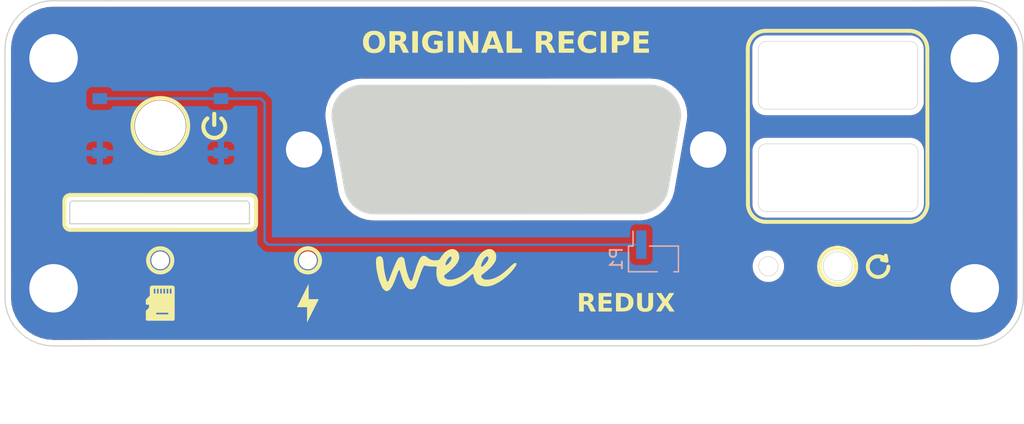
<source format=kicad_pcb>
(kicad_pcb (version 20241229) (generator "pcbnew") (generator_version "9.0")
  (layers (0 "F.Cu" signal) (2 "B.Cu" signal) (13 "F.Paste" user) (15 "B.Paste" user) (5 "F.SilkS" user "F.Silkscreen") (7 "B.SilkS" user "B.Silkscreen") (1 "F.Mask" user) (3 "B.Mask" user) (25 "Edge.Cuts" user))
  (net 0 "")
  (net 1 "GND")
  (net 2 "/PWR_SW")
  (footprint "FrontPanel_Parts:DB15_GAMEPORT" (layer "F.Cu") (at 135 86.68)
    (property "Reference" "REF**" (hide yes))
    (property "Value" "DB15_GAMEPORT" (hide yes))
    (fp_poly (pts (xy 12.36496 -5.80795) (xy -11.42087 -5.79602) (xy -11.43001 -5.80414) (xy -11.43027 -5.80414) (xy -11.43027 -5.8044) (xy -11.43408 -5.80541) (xy -11.43763 -5.80694) (xy -11.43789 -5.80668) (xy -11.43814 -5.80668) (xy -11.9182 -5.75944) (xy -11.91922 -5.75893) (xy -11.92023 -5.75919) (xy -12.39343 -5.61568) (xy -12.3942 -5.61491) (xy -12.39547 -5.61491) (xy -12.83133 -5.38174) (xy -12.83209 -5.38098) (xy -12.83311 -5.38047) (xy -13.21538 -5.06678) (xy -13.21589 -5.06602) (xy -13.2169 -5.06551) (xy -13.53059 -4.68324) (xy -13.53085 -4.68223) (xy -13.53161 -4.68146) (xy -13.76478 -4.24535) (xy -13.76478 -4.24433) (xy -13.76554 -4.24331) (xy -13.90905 -3.77037) (xy -13.90905 -3.7691) (xy -13.90956 -3.76833) (xy -13.95807 -3.27608) (xy -13.95757 -3.27507) (xy -13.95807 -3.27405) (xy -13.91489 -2.83692) (xy -13.91464 -2.83641) (xy -13.91489 -2.83615) (xy -12.90753 2.82271) (xy -12.88848 2.94793) (xy -12.88797 2.9487) (xy -12.88797 2.94946) (xy -12.76554 3.35332) (xy -12.76478 3.35408) (xy -12.76478 3.3551) (xy -12.53161 3.79121) (xy -12.53085 3.79198) (xy -12.53059 3.79299) (xy -12.2169 4.17526) (xy -12.21589 4.17577) (xy -12.21538 4.17679) (xy -11.83311 4.49022) (xy -11.83209 4.49073) (xy -11.83133 4.49149) (xy -11.39547 4.72466) (xy -11.3942 4.72466) (xy -11.39344 4.72543) (xy -10.92023 4.86894) (xy -10.91922 4.86894) (xy -10.9182 4.86944) (xy -10.4262 4.9177) (xy -10.4257 4.9177) (xy -10.42519 4.91796) (xy 11.36065 4.90577) (xy 11.36979 4.91389) (xy 11.37004 4.91389) (xy 11.37004 4.91415) (xy 11.37385 4.91542) (xy 11.37766 4.91669) (xy 11.37792 4.91643) (xy 11.37817 4.91669) (xy 11.85798 4.86944) (xy 11.85899 4.86894) (xy 11.86001 4.86894) (xy 12.33321 4.72543) (xy 12.33397 4.72466) (xy 12.33524 4.72466) (xy 12.77136 4.49149) (xy 12.77187 4.49073) (xy 12.77314 4.49022) (xy 13.15516 4.17679) (xy 13.15566 4.17577) (xy 13.15668 4.17526) (xy 13.47037 3.79299) (xy 13.47062 3.79198) (xy 13.47164 3.79121) (xy 13.70456 3.3551) (xy 13.70481 3.35408) (xy 13.70557 3.35332) (xy 13.84908 2.88012) (xy 13.84883 2.8791) (xy 13.84934 2.87808) (xy 13.85467 2.82347) (xy 14.8468 -2.83311) (xy 14.85137 -2.83666) (xy 14.85137 -2.83692) (xy 14.85162 -2.83692) (xy 14.8534 -2.84047) (xy 14.85543 -2.84377) (xy 14.85543 -2.84403) (xy 14.85543 -2.84428) (xy 14.89785 -3.27405) (xy 14.8976 -3.27507) (xy 14.89785 -3.27608) (xy 14.84934 -3.76833) (xy 14.84883 -3.7691) (xy 14.84883 -3.77037) (xy 14.70557 -4.24331) (xy 14.70481 -4.24433) (xy 14.70456 -4.24535) (xy 14.47164 -4.68146) (xy 14.47062 -4.68223) (xy 14.47037 -4.68324) (xy 14.15668 -5.06551) (xy 14.15566 -5.06602) (xy 14.15515 -5.06678) (xy 13.77314 -5.38047) (xy 13.77187 -5.38098) (xy 13.77136 -5.38174) (xy 13.33524 -5.61491) (xy 13.33397 -5.61491) (xy 13.33321 -5.61568) (xy 12.86001 -5.75919) (xy 12.85899 -5.75893) (xy 12.85798 -5.75944) (xy 12.36598 -5.80795) (xy 12.36547 -5.80795)) (fill yes) (layer "Edge.Cuts"))
  )
  (footprint "FrontPanel_Parts:84x120x28mm_enclosure" (layer "F.Cu") (at 135.86538 108.64584)
    (property "Reference" "REF**" (hide yes))
    (property "Value" "84x120x28mm_enclosure" (hide yes))
    (fp_line (start -41.7584 -30.69848) (end -41.70913 -31.32611) (stroke (width 0.1)) (layer "Edge.Cuts"))
    (fp_line (start -41.75764 -10.1862) (end -41.74621 -10.19839) (stroke (width 0.1)) (layer "Edge.Cuts"))
    (fp_line (start -41.74621 -10.19839) (end -41.7584 -30.69848) (stroke (width 0.1)) (layer "Edge.Cuts"))
    (fp_line (start -41.70913 -31.32611) (end -41.56206 -31.93825) (stroke (width 0.1)) (layer "Edge.Cuts"))
    (fp_line (start -41.70913 -9.57076) (end -41.75764 -10.1862) (stroke (width 0.1)) (layer "Edge.Cuts"))
    (fp_line (start -41.56206 -31.93825) (end -41.32127 -32.51991) (stroke (width 0.1)) (layer "Edge.Cuts"))
    (fp_line (start -41.56206 -8.95862) (end -41.70913 -9.57076) (stroke (width 0.1)) (layer "Edge.Cuts"))
    (fp_line (start -41.32127 -32.51991) (end -40.99234 -33.05687) (stroke (width 0.1)) (layer "Edge.Cuts"))
    (fp_line (start -41.32127 -8.37696) (end -41.56206 -8.95862) (stroke (width 0.1)) (layer "Edge.Cuts"))
    (fp_line (start -40.99234 -33.05687) (end -40.5834 -33.53566) (stroke (width 0.1)) (layer "Edge.Cuts"))
    (fp_line (start -40.99234 -7.84) (end -41.32127 -8.37696) (stroke (width 0.1)) (layer "Edge.Cuts"))
    (fp_line (start -40.5834 -33.53566) (end -40.10461 -33.9446) (stroke (width 0.1)) (layer "Edge.Cuts"))
    (fp_line (start -40.5834 -7.36121) (end -40.99234 -7.84) (stroke (width 0.1)) (layer "Edge.Cuts"))
    (fp_line (start -40.10461 -33.9446) (end -39.56765 -34.27353) (stroke (width 0.1)) (layer "Edge.Cuts"))
    (fp_line (start -40.10461 -6.95227) (end -40.5834 -7.36121) (stroke (width 0.1)) (layer "Edge.Cuts"))
    (fp_line (start -39.56765 -34.27353) (end -38.98599 -34.51457) (stroke (width 0.1)) (layer "Edge.Cuts"))
    (fp_line (start -39.56765 -6.62334) (end -40.10461 -6.95227) (stroke (width 0.1)) (layer "Edge.Cuts"))
    (fp_line (start -38.98599 -34.51457) (end -38.37385 -34.66139) (stroke (width 0.1)) (layer "Edge.Cuts"))
    (fp_line (start -38.98599 -6.38255) (end -39.56765 -6.62334) (stroke (width 0.1)) (layer "Edge.Cuts"))
    (fp_line (start -38.37385 -34.66139) (end -37.75841 -34.7099) (stroke (width 0.1)) (layer "Edge.Cuts"))
    (fp_line (start -38.37385 -6.23548) (end -38.98599 -6.38255) (stroke (width 0.1)) (layer "Edge.Cuts"))
    (fp_line (start -37.75841 -34.7099) (end -37.74622 -34.69847) (stroke (width 0.1)) (layer "Edge.Cuts"))
    (fp_line (start -37.74622 -34.69847) (end -32.99616 -34.69847) (stroke (width 0.1)) (layer "Edge.Cuts"))
    (fp_line (start -37.74622 -6.18621) (end -38.37385 -6.23548) (stroke (width 0.1)) (layer "Edge.Cuts"))
    (fp_line (start -32.99616 -34.69847) (end 33.50383 -34.69847) (stroke (width 0.1)) (layer "Edge.Cuts"))
    (fp_line (start -32.99616 -6.1984) (end -37.74622 -6.18621) (stroke (width 0.1)) (layer "Edge.Cuts"))
    (fp_line (start 33.50383 -34.69847) (end 38.25388 -34.71092) (stroke (width 0.1)) (layer "Edge.Cuts"))
    (fp_line (start 33.50383 -6.1984) (end -32.99616 -6.1984) (stroke (width 0.1)) (layer "Edge.Cuts"))
    (fp_line (start 38.25388 -34.71092) (end 38.88152 -34.66139) (stroke (width 0.1)) (layer "Edge.Cuts"))
    (fp_line (start 38.25388 -6.1984) (end 33.50383 -6.1984) (stroke (width 0.1)) (layer "Edge.Cuts"))
    (fp_line (start 38.26608 -6.18697) (end 38.25388 -6.1984) (stroke (width 0.1)) (layer "Edge.Cuts"))
    (fp_line (start 38.88152 -34.66139) (end 39.49366 -34.51457) (stroke (width 0.1)) (layer "Edge.Cuts"))
    (fp_line (start 38.88152 -6.23548) (end 38.26608 -6.18697) (stroke (width 0.1)) (layer "Edge.Cuts"))
    (fp_line (start 39.49366 -34.51457) (end 40.07532 -34.27353) (stroke (width 0.1)) (layer "Edge.Cuts"))
    (fp_line (start 39.49366 -6.38255) (end 38.88152 -6.23548) (stroke (width 0.1)) (layer "Edge.Cuts"))
    (fp_line (start 40.07532 -34.27353) (end 40.61227 -33.9446) (stroke (width 0.1)) (layer "Edge.Cuts"))
    (fp_line (start 40.07532 -6.62334) (end 39.49366 -6.38255) (stroke (width 0.1)) (layer "Edge.Cuts"))
    (fp_line (start 40.61227 -33.9446) (end 41.09106 -33.53566) (stroke (width 0.1)) (layer "Edge.Cuts"))
    (fp_line (start 40.61227 -6.95227) (end 40.07532 -6.62334) (stroke (width 0.1)) (layer "Edge.Cuts"))
    (fp_line (start 41.09106 -33.53566) (end 41.5 -33.05687) (stroke (width 0.1)) (layer "Edge.Cuts"))
    (fp_line (start 41.09106 -7.36121) (end 40.61227 -6.95227) (stroke (width 0.1)) (layer "Edge.Cuts"))
    (fp_line (start 41.5 -33.05687) (end 41.82893 -32.52017) (stroke (width 0.1)) (layer "Edge.Cuts"))
    (fp_line (start 41.5 -7.84) (end 41.09106 -7.36121) (stroke (width 0.1)) (layer "Edge.Cuts"))
    (fp_line (start 41.82893 -32.52017) (end 42.06973 -31.93825) (stroke (width 0.1)) (layer "Edge.Cuts"))
    (fp_line (start 41.82893 -8.37696) (end 41.5 -7.84) (stroke (width 0.1)) (layer "Edge.Cuts"))
    (fp_line (start 42.06973 -31.93825) (end 42.21679 -31.32611) (stroke (width 0.1)) (layer "Edge.Cuts"))
    (fp_line (start 42.06973 -8.95862) (end 41.82893 -8.37696) (stroke (width 0.1)) (layer "Edge.Cuts"))
    (fp_line (start 42.21679 -31.32611) (end 42.26531 -30.71092) (stroke (width 0.1)) (layer "Edge.Cuts"))
    (fp_line (start 42.21679 -9.57076) (end 42.06973 -8.95862) (stroke (width 0.1)) (layer "Edge.Cuts"))
    (fp_line (start 42.25388 -30.69848) (end 42.26632 -10.19839) (stroke (width 0.1)) (layer "Edge.Cuts"))
    (fp_line (start 42.26531 -30.71092) (end 42.25388 -30.69848) (stroke (width 0.1)) (layer "Edge.Cuts"))
    (fp_line (start 42.26632 -10.19839) (end 42.21679 -9.57076) (stroke (width 0.1)) (layer "Edge.Cuts"))
  )
  (footprint "FrontPanel_Parts:USB_2P_STACKED_OUTLINE" (layer "F.Cu") (at 162.6875 94.805001)
    (property "Reference" "REF**" (hide yes))
    (property "Value" "USB_2P_STACKED_OUTLINE" (hide yes))
    (fp_line (start -6.43 -16.890614) (end -6.43 -12.549375) (stroke (width 0.05)) (layer "Edge.Cuts"))
    (fp_line (start -6.419995 -8.430614) (end -6.419995 -4.089375) (stroke (width 0.05)) (layer "Edge.Cuts"))
    (fp_line (start 6.080614 -17.5) (end -5.820625 -17.5) (stroke (width 0.05)) (layer "Edge.Cuts"))
    (fp_line (start 6.080625 -11.9) (end -5.780614 -11.9) (stroke (width 0.05)) (layer "Edge.Cuts"))
    (fp_line (start 6.090619 -9.04) (end -5.81062 -9.04) (stroke (width 0.05)) (layer "Edge.Cuts"))
    (fp_line (start 6.09063 -3.44) (end -5.770609 -3.44) (stroke (width 0.05)) (layer "Edge.Cuts"))
    (fp_line (start 6.73 -12.549386) (end 6.73 -16.850625) (stroke (width 0.05)) (layer "Edge.Cuts"))
    (fp_line (start 6.740005 -4.089386) (end 6.740005 -8.390625) (stroke (width 0.05)) (layer "Edge.Cuts"))
    (fp_arc (start -6.43 -16.890614) (mid -6.25152 -17.321513) (end -5.820625 -17.5) (stroke (width 0.05)) (layer "Edge.Cuts"))
    (fp_arc (start -6.419995 -8.430614) (mid -6.241515 -8.861513) (end -5.81062 -9.04) (stroke (width 0.05)) (layer "Edge.Cuts"))
    (fp_arc (start -5.780614 -11.9) (mid -6.239797 -12.090195) (end -6.43 -12.549375) (stroke (width 0.05)) (layer "Edge.Cuts"))
    (fp_arc (start -5.770609 -3.44) (mid -6.229792 -3.630195) (end -6.419995 -4.089375) (stroke (width 0.05)) (layer "Edge.Cuts"))
    (fp_arc (start 6.080614 -17.5) (mid 6.539791 -17.309799) (end 6.73 -16.850625) (stroke (width 0.05)) (layer "Edge.Cuts"))
    (fp_arc (start 6.090619 -9.04) (mid 6.549793 -8.849797) (end 6.740005 -8.390625) (stroke (width 0.05)) (layer "Edge.Cuts"))
    (fp_arc (start 6.73 -12.549386) (mid 6.539805 -12.090203) (end 6.080625 -11.9) (stroke (width 0.05)) (layer "Edge.Cuts"))
    (fp_arc (start 6.740005 -4.089386) (mid 6.549804 -3.630207) (end 6.09063 -3.44) (stroke (width 0.05)) (layer "Edge.Cuts"))
  )
  (footprint "FrontPanel_Parts:MICROSD_OUTLINE" (layer "F.Cu") (at 106.120757 92.926314 180)
    (property "Reference" "REF**" (hide yes))
    (property "Value" "PI SD CARD" (hide yes))
    (fp_line (start 6.67 2.17) (end 6.67 0.56) (stroke (width 0.1)) (layer "Edge.Cuts"))
    (fp_line (start 6.67 0.56) (end -8.16 0.56) (stroke (width 0.1)) (layer "Edge.Cuts"))
    (fp_line (start -7.889081 2.439081) (end 6.4 2.44) (stroke (width 0.1)) (layer "Edge.Cuts"))
    (fp_line (start -8.16 0.56) (end -8.159081 2.169081) (stroke (width 0.1)) (layer "Edge.Cuts"))
    (fp_arc (start 6.67 2.17) (mid 6.590919 2.360919) (end 6.4 2.44) (stroke (width 0.1)) (layer "Edge.Cuts"))
    (fp_arc (start -7.889081 2.439081) (mid -8.08 2.36) (end -8.159081 2.169081) (stroke (width 0.1)) (layer "Edge.Cuts"))
  )
  (footprint "FrontPanel_Parts:weeCee_logo_35.6x20mm" (layer "F.Cu") (at 135.795465 96.527355)
    (property "Reference" "G***" (hide yes))
    (property "Value" "LOGO" (hide yes))
  )
  (footprint "SnipE Footprints:RT3301_EWI" (layer "B.Cu") (at 106.93 84.28 180)
    (property "Reference" "SW1" (hide yes))
    (property "Value" "RT3301AF260Q" (hide yes))
  )
  (footprint "Connector_PinHeader_2.00mm:PinHeader_1x02_P2.00mm_Vertical_SMD_Pin1Left" (layer "B.Cu") (at 147.61 95.27 -90)
    (property "Reference" "P1")
    (property "Value" "P_CONN_01X02" (hide yes))
  )
  (gr_line (start 168.71401 92.20901) (end 156.90467 92.20967) (stroke (width 0.328)) (layer "F.SilkS"))
  (gr_line (start 155.40467 90.70967) (end 155.39533 77.93033) (stroke (width 0.328)) (layer "F.SilkS"))
  (gr_line (start 114.326199 89.986519) (end 99.50991 89.99009) (stroke (width 0.328)) (layer "F.SilkS"))
  (gr_circle (center 119.100143 95.38843) (end 120.100143 95.38843) (stroke (width 0.328)) (fill no) (layer "F.SilkS"))
  (gr_circle (center 162.80934 95.88038) (end 164.30934 95.88038) (stroke (width 0.328)) (fill no) (layer "F.SilkS"))
  (gr_arc (start 168.70401 76.43033) (mid 169.764653 76.869675) (end 170.20401 77.93033) (stroke (width 0.328)) (layer "F.SilkS"))
  (gr_arc (start 99.51014 92.86991) (mid 99.15659 92.723448) (end 99.010115 92.369885) (stroke (width 0.328)) (layer "F.SilkS"))
  (gr_line (start 166.841398 95.420061) (end 166.7741 95.000059) (stroke (width 0.32)) (layer "F.SilkS"))
  (gr_arc (start 114.826454 92.366314) (mid 114.679998 92.719875) (end 114.326429 92.866339) (stroke (width 0.328)) (layer "F.SilkS"))
  (gr_arc (start 156.90467 92.20967) (mid 155.844004 91.770324) (end 155.40467 90.70967) (stroke (width 0.328)) (layer "F.SilkS"))
  (gr_poly (pts (xy 111.383529 83.119375) (xy 111.391837 83.119993) (xy 111.400073 83.121016) (xy 111.408226 83.122439) (xy 111.41628 83.124255) (xy 111.424221 83.126459) (xy 111.432037 83.129045) (xy 111.439714 83.132007) (xy 111.447236 83.135341) (xy 111.454592 83.139039) (xy 111.461766 83.143096) (xy 111.468745 83.147507) (xy 111.475515 83.152266) (xy 111.482062 83.157366) (xy 111.488373 83.162803) (xy 111.494434 83.168571) (xy 111.500201 83.174632) (xy 111.505638 83.180943) (xy 111.510739 83.18749) (xy 111.515497 83.194261) (xy 111.519908 83.20124) (xy 111.523966 83.208414) (xy 111.527664 83.215769) (xy 111.530997 83.223292) (xy 111.53396 83.230968) (xy 111.536546 83.238784) (xy 111.53875 83.246726) (xy 111.540566 83.25478) (xy 111.541988 83.262932) (xy 111.543011 83.271169) (xy 111.54363 83.279476) (xy 111.543837 83.28784) (xy 111.543837 84.200652) (xy 111.543611 84.20901) (xy 111.542976 84.217311) (xy 111.541937 84.22554) (xy 111.540501 84.233684) (xy 111.538672 84.24173) (xy 111.536458 84.249664) (xy 111.533862 84.257471) (xy 111.530892 84.265139) (xy 111.527552 84.272653) (xy 111.523849 84.280001) (xy 111.519788 84.287167) (xy 111.515376 84.294139) (xy 111.510617 84.300902) (xy 111.505517 84.307444) (xy 111.500082 84.31375) (xy 111.494319 84.319806) (xy 111.488262 84.32557) (xy 111.481957 84.331004) (xy 111.475415 84.336104) (xy 111.468652 84.340863) (xy 111.46168 84.345276) (xy 111.454513 84.349337) (xy 111.447166 84.35304) (xy 111.439652 84.356379) (xy 111.431984 84.359349) (xy 111.424176 84.361945) (xy 111.416243 84.36416) (xy 111.408197 84.365988) (xy 111.400053 84.367425) (xy 111.391823 84.368463) (xy 111.383523 84.369098) (xy 111.375165 84.369324) (xy 111.366807 84.369098) (xy 111.358507 84.368463) (xy 111.350277 84.367425) (xy 111.342133 84.365988) (xy 111.334087 84.36416) (xy 111.326154 84.361945) (xy 111.318346 84.359349) (xy 111.310678 84.356379) (xy 111.303164 84.35304) (xy 111.295817 84.349337) (xy 111.28865 84.345276) (xy 111.281678 84.340863) (xy 111.274915 84.336104) (xy 111.268373 84.331004) (xy 111.262068 84.32557) (xy 111.256011 84.319806) (xy 111.250248 84.31375) (xy 111.244813 84.307444) (xy 111.239713 84.300902) (xy 111.234954 84.294139) (xy 111.230541 84.287167) (xy 111.226481 84.280001) (xy 111.222778 84.272653) (xy 111.219438 84.265139) (xy 111.216468 84.257471) (xy 111.213872 84.249664) (xy 111.211658 84.24173) (xy 111.209829 84.233684) (xy 111.208393 84.22554) (xy 111.207354 84.217311) (xy 111.206719 84.20901) (xy 111.206493 84.200652) (xy 111.206493 83.28784) (xy 111.2067 83.279476) (xy 111.207319 83.271169) (xy 111.208342 83.262932) (xy 111.209764 83.25478) (xy 111.21158 83.246726) (xy 111.213784 83.238784) (xy 111.21637 83.230968) (xy 111.219333 83.223292) (xy 111.222666 83.215769) (xy 111.226364 83.208414) (xy 111.230422 83.20124) (xy 111.234833 83.194261) (xy 111.239591 83.18749) (xy 111.244692 83.180943) (xy 111.250129 83.174632) (xy 111.255896 83.168571) (xy 111.261957 83.162803) (xy 111.268268 83.157366) (xy 111.274815 83.152266) (xy 111.281585 83.147507) (xy 111.288564 83.143096) (xy 111.295738 83.139039) (xy 111.303094 83.135341) (xy 111.310616 83.132007) (xy 111.318293 83.129045) (xy 111.326109 83.126459) (xy 111.33405 83.124255) (xy 111.342104 83.122439) (xy 111.350257 83.121016) (xy 111.358493 83.119993) (xy 111.366801 83.119375) (xy 111.375165 83.119168)) (stroke (width -0.000001)) (fill yes) (layer "F.SilkS"))
  (gr_circle (center 106.918285 95.38843) (end 107.918285 95.38843) (stroke (width 0.328)) (fill no) (layer "F.SilkS"))
  (gr_arc (start 170.21401 90.70901) (mid 169.774667 91.769667) (end 168.71401 92.20901) (stroke (width 0.328)) (layer "F.SilkS"))
  (gr_line (start 114.326429 92.866339) (end 99.51014 92.86991) (stroke (width 0.328)) (layer "F.SilkS"))
  (gr_line (start 156.89533 76.43033) (end 168.70401 76.43033) (stroke (width 0.328)) (layer "F.SilkS"))
  (gr_circle (center 106.93 84.28) (end 109.23 84.28) (stroke (width 0.328)) (fill no) (layer "F.SilkS"))
  (gr_line (start 166.841398 95.420061) (end 166.4641 95.350063) (stroke (width 0.32)) (layer "F.SilkS"))
  (gr_poly (pts (xy 110.817876 83.499571) (xy 110.826219 83.500228) (xy 110.83452 83.501297) (xy 110.842721 83.502769) (xy 110.850811 83.504636) (xy 110.858775 83.506893) (xy 110.866601 83.50953) (xy 110.874275 83.512542) (xy 110.881785 83.515922) (xy 110.889117 83.519661) (xy 110.896257 83.523753) (xy 110.903194 83.528191) (xy 110.909913 83.532968) (xy 110.916402 83.538077) (xy 110.922647 83.543509) (xy 110.928635 83.54926) (xy 110.934354 83.55532) (xy 110.939789 83.561684) (xy 110.944903 83.568309) (xy 110.949661 83.575149) (xy 110.954061 83.582189) (xy 110.958097 83.589416) (xy 110.961766 83.596815) (xy 110.965063 83.604372) (xy 110.967983 83.612072) (xy 110.970524 83.6199) (xy 110.972679 83.627843) (xy 110.974446 83.635887) (xy 110.975819 83.644016) (xy 110.976795 83.652216) (xy 110.97737 83.660474) (xy 110.977538 83.668774) (xy 110.977296 83.677102) (xy 110.976639 83.685445) (xy 110.97557 83.693746) (xy 110.974098 83.701947) (xy 110.97223 83.710037) (xy 110.969974 83.718001) (xy 110.967336 83.725827) (xy 110.964324 83.733502) (xy 110.960945 83.741012) (xy 110.957206 83.748344) (xy 110.953113 83.755485) (xy 110.948675 83.762421) (xy 110.943898 83.769141) (xy 110.93879 83.775629) (xy 110.933357 83.781874) (xy 110.927607 83.787862) (xy 110.921546 83.79358) (xy 110.915183 83.799015) (xy 110.89938 83.812256) (xy 110.883977 83.825917) (xy 110.868983 83.839989) (xy 110.854403 83.854461) (xy 110.840246 83.869326) (xy 110.826519 83.884572) (xy 110.81323 83.900191) (xy 110.800386 83.916172) (xy 110.787994 83.932507) (xy 110.776063 83.949186) (xy 110.764598 83.966198) (xy 110.753609 83.983536) (xy 110.743102 84.001188) (xy 110.733085 84.019146) (xy 110.723566 84.0374) (xy 110.714551 84.05594) (xy 110.706061 84.074727) (xy 110.698113 84.093719) (xy 110.690712 84.112904) (xy 110.683859 84.132271) (xy 110.677556 84.151807) (xy 110.671806 84.1715) (xy 110.666613 84.191338) (xy 110.661978 84.211311) (xy 110.657904 84.231405) (xy 110.654393 84.25161) (xy 110.651448 84.271912) (xy 110.649073 84.292301) (xy 110.647268 84.312765) (xy 110.646037 84.333291) (xy 110.645383 84.353868) (xy 110.645308 84.374484) (xy 110.646793 84.409504) (xy 110.649908 84.444279) (xy 110.65463 84.478757) (xy 110.660938 84.512886) (xy 110.66881 84.546614) (xy 110.678225 84.579889) (xy 110.689161 84.612657) (xy 110.701596 84.644867) (xy 110.71551 84.676468) (xy 110.73088 84.707405) (xy 110.747685 84.737628) (xy 110.765903 84.767084) (xy 110.785513 84.795721) (xy 110.806493 84.823486) (xy 110.828821 84.850327) (xy 110.852477 84.876193) (xy 110.877321 84.900918) (xy 110.903197 84.924359) (xy 110.930052 84.946491) (xy 110.957836 84.967291) (xy 110.986497 84.986735) (xy 111.015984 85.0048) (xy 111.046245 85.021461) (xy 111.07723 85.036695) (xy 111.108888 85.050478) (xy 111.141165 85.062786) (xy 111.174013 85.073596) (xy 111.207379 85.082884) (xy 111.241211 85.090625) (xy 111.27546 85.096797) (xy 111.310073 85.101375) (xy 111.344999 85.104337) (xy 111.374009 85.105196) (xy 111.40295 85.104914) (xy 111.431792 85.1035) (xy 111.460502 85.100962) (xy 111.489048 85.097309) (xy 111.517398 85.092549) (xy 111.54552 85.086692) (xy 111.573383 85.079746) (xy 111.600953 85.071719) (xy 111.6282 85.06262) (xy 111.65509 85.052458) (xy 111.681594 85.041241) (xy 111.707677 85.028978) (xy 111.733309 85.015678) (xy 111.758457 85.001349) (xy 111.783089 84.986) (xy 111.807097 84.969693) (xy 111.830381 84.952502) (xy 111.852921 84.934451) (xy 111.874695 84.915568) (xy 111.895683 84.895876) (xy 111.915863 84.875404) (xy 111.935215 84.854175) (xy 111.953719 84.832216) (xy 111.971352 84.809553) (xy 111.988096 84.786211) (xy 112.003927 84.762216) (xy 112.018826 84.737594) (xy 112.032773 84.712371) (xy 112.045745 84.686572) (xy 112.057722 84.660223) (xy 112.068684 84.633349) (xy 112.078579 84.606066) (xy 112.087368 84.57849) (xy 112.095051 84.550654) (xy 112.101625 84.522592) (xy 112.107089 84.494337) (xy 112.111441 84.465922) (xy 112.114679 84.437379) (xy 112.116801 84.408742) (xy 112.117805 84.380045) (xy 112.117691 84.351319) (xy 112.116455 84.322599) (xy 112.114096 84.293917) (xy 112.110612 84.265306) (xy 112.106001 84.2368) (xy 112.100263 84.208431) (xy 112.093394 84.180233) (xy 112.08542 84.152327) (xy 112.076379 84.124832) (xy 112.066289 84.097776) (xy 112.055169 84.071186) (xy 112.043035 84.045089) (xy 112.029907 84.019515) (xy 112.015801 83.994491) (xy 112.000736 83.970045) (xy 111.98473 83.946205) (xy 111.967801 83.922997) (xy 111.949966 83.900452) (xy 111.931244 83.878595) (xy 111.911652 83.857455) (xy 111.891209 83.837061) (xy 111.869932 83.817439) (xy 111.847839 83.798618) (xy 111.843229 83.794692) (xy 111.838774 83.790611) (xy 111.834476 83.786382) (xy 111.830338 83.782008) (xy 111.826365 83.777495) (xy 111.822559 83.772848) (xy 111.818923 83.76807) (xy 111.815462 83.763167) (xy 111.812177 83.758144) (xy 111.809073 83.753005) (xy 111.806152 83.747756) (xy 111.803418 83.7424) (xy 111.800874 83.736943) (xy 111.798524 83.73139) (xy 111.79637 83.725745) (xy 111.794416 83.720013) (xy 111.792669 83.714215) (xy 111.791134 83.708371) (xy 111.789813 83.702488) (xy 111.788705 83.69657) (xy 111.787811 83.690624) (xy 111.78713 83.684656) (xy 111.786663 83.67867) (xy 111.786409 83.672674) (xy 111.78637 83.666672) (xy 111.786545 83.660671) (xy 111.786934 83.654676) (xy 111.787537 83.648694) (xy 111.788355 83.642729) (xy 111.789388 83.636788) (xy 111.790636 83.630877) (xy 111.792098 83.625001) (xy 111.793771 83.619181) (xy 111.795648 83.613439) (xy 111.797726 83.607778) (xy 111.800001 83.602204) (xy 111.802472 83.596722) (xy 111.805134 83.591337) (xy 111.807984 83.586053) (xy 111.811021 83.580875) (xy 111.81424 83.57581) (xy 111.817638 83.570861) (xy 111.821213 83.566033) (xy 111.824962 83.561331) (xy 111.828881 83.556761) (xy 111.832968 83.552327) (xy 111.837219 83.548034) (xy 111.841632 83.543888) (xy 111.846192 83.539903) (xy 111.850881 83.536092) (xy 111.855694 83.53246) (xy 111.860627 83.529008) (xy 111.865674 83.525738) (xy 111.870829 83.522654) (xy 111.876088 83.519757) (xy 111.881445 83.517051) (xy 111.886895 83.514537) (xy 111.892433 83.512219) (xy 111.898054 83.510098) (xy 111.903752 83.508178) (xy 111.909522 83.50646) (xy 111.915359 83.504948) (xy 111.921258 83.503643) (xy 111.927214 83.502549) (xy 111.931643 83.501843) (xy 111.936084 83.501257) (xy 111.940534 83.50079) (xy 111.944991 83.500444) (xy 111.949452 83.500217) (xy 111.953915 83.50011) (xy 111.958378 83.500122) (xy 111.962839 83.500254) (xy 111.967294 83.500505) (xy 111.971742 83.500875) (xy 111.976179 83.501364) (xy 111.980605 83.501973) (xy 111.985016 83.5027) (xy 111.989409 83.503546) (xy 111.993783 83.50451) (xy 111.998136 83.505593) (xy 112.002457 83.506794) (xy 112.006738 83.508108) (xy 112.010979 83.509536) (xy 112.015175 83.511075) (xy 112.019326 83.512725) (xy 112.023429 83.514484) (xy 112.027483 83.516353) (xy 112.031484 83.518328) (xy 112.03543 83.520411) (xy 112.039321 83.522598) (xy 112.043153 83.524889) (xy 112.046924 83.527284) (xy 112.050632 83.529781) (xy 112.054275 83.532378) (xy 112.057851 83.535075) (xy 112.061358 83.537871) (xy 112.060564 83.539855) (xy 112.082744 83.558496) (xy 112.104384 83.577705) (xy 112.125475 83.597468) (xy 112.146006 83.617775) (xy 112.165969 83.638613) (xy 112.185354 83.659969) (xy 112.204149 83.681831) (xy 112.222347 83.704187) (xy 112.239937 83.727024) (xy 112.256909 83.75033) (xy 112.273254 83.774092) (xy 112.288962 83.7983) (xy 112.304023 83.822939) (xy 112.318427 83.847998) (xy 112.332165 83.873464) (xy 112.345227 83.899325) (xy 112.357584 83.92553) (xy 112.369214 83.952025) (xy 112.380112 83.978795) (xy 112.390276 84.005824) (xy 112.399701 84.033098) (xy 112.408384 84.060601) (xy 112.416321 84.088318) (xy 112.423508 84.116233) (xy 112.429942 84.144332) (xy 112.435619 84.172598) (xy 112.440534 84.201017) (xy 112.444686 84.229574) (xy 112.448068 84.258253) (xy 112.450679 84.287038) (xy 112.452514 84.315915) (xy 112.45357 84.344869) (xy 112.453842 84.37384) (xy 112.453332 84.40277) (xy 112.452043 84.431645) (xy 112.449978 84.460448) (xy 112.44714 84.489165) (xy 112.443532 84.51778) (xy 112.439157 84.546277) (xy 112.434018 84.574641) (xy 112.428117 84.602857) (xy 112.421459 84.630908) (xy 112.414045 84.65878) (xy 112.405879 84.686458) (xy 112.396965 84.713925) (xy 112.387304 84.741166) (xy 112.376901 84.768166) (xy 112.365757 84.794909) (xy 112.353895 84.821342) (xy 112.34134 84.847411) (xy 112.3281 84.873104) (xy 112.314184 84.898407) (xy 112.299603 84.923309) (xy 112.284364 84.947795) (xy 112.268478 84.971854) (xy 112.251953 84.995473) (xy 112.234799 85.018639) (xy 112.217025 85.041339) (xy 112.198639 85.063561) (xy 112.179652 85.085291) (xy 112.160073 85.106517) (xy 112.13991 85.127226) (xy 112.119173 85.147406) (xy 112.09787 85.167043) (xy 112.060526 85.199397) (xy 112.021867 85.229864) (xy 111.981966 85.258415) (xy 111.940898 85.285022) (xy 111.898733 85.309658) (xy 111.855547 85.332294) (xy 111.81141 85.352902) (xy 111.766397 85.371454) (xy 111.720581 85.387922) (xy 111.674034 85.402277) (xy 111.626829 85.414492) (xy 111.57904 85.424538) (xy 111.530739 85.432388) (xy 111.481999 85.438012) (xy 111.432894 85.441384) (xy 111.383495 85.442474) (xy 111.368582 85.442393) (xy 111.353672 85.442108) (xy 111.33877 85.44162) (xy 111.323876 85.440927) (xy 111.308994 85.440032) (xy 111.294124 85.438932) (xy 111.27927 85.43763) (xy 111.264433 85.436124) (xy 111.22513 85.431093) (xy 111.186132 85.424633) (xy 111.147478 85.416758) (xy 111.109202 85.407486) (xy 111.071342 85.39683) (xy 111.033934 85.384807) (xy 110.997015 85.371432) (xy 110.960622 85.356721) (xy 110.924791 85.34069) (xy 110.889558 85.323353) (xy 110.854961 85.304727) (xy 110.821036 85.284828) (xy 110.787819 85.26367) (xy 110.755348 85.24127) (xy 110.723658 85.217643) (xy 110.692786 85.192804) (xy 110.662852 85.166844) (xy 110.633964 85.139863) (xy 110.606145 85.111895) (xy 110.579416 85.082972) (xy 110.553799 85.053128) (xy 110.529315 85.022396) (xy 110.505988 84.990809) (xy 110.483838 84.958402) (xy 110.462888 84.925206) (xy 110.443159 84.891255) (xy 110.424673 84.856583) (xy 110.407452 84.821223) (xy 110.391518 84.785208) (xy 110.376892 84.748571) (xy 110.363597 84.711345) (xy 110.351655 84.673565) (xy 110.341114 84.635369) (xy 110.33201 84.596903) (xy 110.324343 84.558207) (xy 110.318111 84.519321) (xy 110.313316 84.480284) (xy 110.309957 84.441135) (xy 110.308033 84.401916) (xy 110.307545 84.362665) (xy 110.308492 84.323422) (xy 110.310873 84.284228) (xy 110.31469 84.245121) (xy 110.319941 84.206142) (xy 110.326626 84.167331) (xy 110.334744 84.128727) (xy 110.344297 84.09037) (xy 110.355283 84.0523) (xy 110.367666 84.014662) (xy 110.381395 83.977594) (xy 110.396448 83.94113) (xy 110.412801 83.905304) (xy 110.430434 83.870147) (xy 110.449324 83.835693) (xy 110.469448 83.801975) (xy 110.490785 83.769026) (xy 110.513312 83.73688) (xy 110.537007 83.705568) (xy 110.561847 83.675124) (xy 110.587811 83.645581) (xy 110.614877 83.616971) (xy 110.643021 83.589329) (xy 110.672222 83.562687) (xy 110.702458 83.537077) (xy 110.709083 83.531965) (xy 110.715923 83.527207) (xy 110.722963 83.522808) (xy 110.73019 83.518772) (xy 110.737589 83.515103) (xy 110.745145 83.511807) (xy 110.752845 83.508886) (xy 110.760673 83.506346) (xy 110.768616 83.50419) (xy 110.776659 83.502423) (xy 110.784788 83.50105) (xy 110.792989 83.500073) (xy 110.801247 83.499499) (xy 110.809547 83.49933)) (stroke (width -0.000001)) (fill yes) (layer "F.SilkS"))
  (gr_arc (start 166.995745 95.909013) (mid 165.331958 96.16538) (end 166.841398 95.420061) (stroke (width 0.32)) (layer "F.SilkS"))
  (gr_arc (start 155.39533 77.93033) (mid 155.83469 76.86969) (end 156.89533 76.43033) (stroke (width 0.328)) (layer "F.SilkS"))
  (gr_poly (pts (xy 119.999771 98.593798) (xy 119.165143 98.593798) (xy 119.165143 97.321417) (xy 118.264369 99.122965) (xy 118.198223 99.255256) (xy 119.032851 99.255256) (xy 119.032851 100.527638)) (fill yes) (layer "F.SilkS"))
  (gr_line (start 114.826454 92.366314) (end 114.826224 90.486544) (stroke (width 0.328)) (layer "F.SilkS"))
  (gr_arc (start 99.009885 90.490115) (mid 99.156336 90.136527) (end 99.50991 89.99009) (stroke (width 0.328)) (layer "F.SilkS"))
  (gr_line (start 99.010115 92.369885) (end 99.009885 90.490115) (stroke (width 0.328)) (layer "F.SilkS"))
  (gr_arc (start 114.326199 89.986519) (mid 114.679732 90.13299) (end 114.826224 90.486544) (stroke (width 0.328)) (layer "F.SilkS"))
  (gr_line (start 170.20401 77.93033) (end 170.21401 90.70901) (stroke (width 0.328)) (layer "F.SilkS"))
  (gr_poly (pts (xy 107.92151 97.469177) (xy 107.931283 97.469904) (xy 107.940974 97.471107) (xy 107.950564 97.472781) (xy 107.96004 97.474917) (xy 107.969383 97.47751) (xy 107.978578 97.480553) (xy 107.987609 97.484038) (xy 107.996459 97.487959) (xy 108.005113 97.49231) (xy 108.013553 97.497083) (xy 108.021763 97.502272) (xy 108.029729 97.507871) (xy 108.037432 97.513872) (xy 108.044856 97.520268) (xy 108.051987 97.527054) (xy 108.058772 97.534184) (xy 108.065169 97.541609) (xy 108.07117 97.549312) (xy 108.076768 97.557277) (xy 108.081957 97.565488) (xy 108.086731 97.573928) (xy 108.091081 97.582581) (xy 108.095003 97.591431) (xy 108.098488 97.600462) (xy 108.10153 97.609658) (xy 108.104123 97.619001) (xy 108.10626 97.628476) (xy 108.107933 97.638067) (xy 108.109137 97.647757) (xy 108.109864 97.65753) (xy 108.110108 97.66737) (xy 108.110108 100.247058) (xy 108.109945 100.253618) (xy 108.10946 100.260133) (xy 108.108658 100.266593) (xy 108.107542 100.272987) (xy 108.106118 100.279304) (xy 108.10439 100.285533) (xy 108.102361 100.291663) (xy 108.100038 100.297683) (xy 108.097424 100.303584) (xy 108.094523 100.309352) (xy 108.091341 100.314979) (xy 108.087881 100.320453) (xy 108.084149 100.325763) (xy 108.080149 100.330898) (xy 108.075884 100.335848) (xy 108.071361 100.340602) (xy 108.066607 100.345125) (xy 108.061657 100.34939) (xy 108.056522 100.35339) (xy 108.051212 100.357123) (xy 108.045738 100.360582) (xy 108.040111 100.363764) (xy 108.034342 100.366665) (xy 108.028442 100.369279) (xy 108.022422 100.371603) (xy 108.016291 100.373631) (xy 108.010062 100.375359) (xy 108.003746 100.376784) (xy 107.997352 100.377899) (xy 107.990892 100.378702) (xy 107.984376 100.379187) (xy 107.977816 100.379349) (xy 105.86115 100.379349) (xy 105.85459 100.379187) (xy 105.848074 100.378702) (xy 105.841614 100.377899) (xy 105.83522 100.376784) (xy 105.828903 100.375359) (xy 105.822675 100.373631) (xy 105.816544 100.371603) (xy 105.810524 100.369279) (xy 105.804624 100.366665) (xy 105.798855 100.363764) (xy 105.793228 100.360582) (xy 105.787754 100.357123) (xy 105.782444 100.35339) (xy 105.777309 100.34939) (xy 105.772359 100.345125) (xy 105.767605 100.340602) (xy 105.763082 100.335848) (xy 105.758817 100.330898) (xy 105.754817 100.325763) (xy 105.751085 100.320453) (xy 105.747625 100.314979) (xy 105.744443 100.309352) (xy 105.741542 100.303584) (xy 105.738928 100.297683) (xy 105.736605 100.291663) (xy 105.734576 100.285533) (xy 105.732848 100.279304) (xy 105.731423 100.272987) (xy 105.730308 100.266593) (xy 105.729505 100.260133) (xy 105.729021 100.253618) (xy 105.728858 100.247058) (xy 105.728858 99.750964) (xy 106.588754 99.750964) (xy 106.588754 99.81711) (xy 106.588794 99.818749) (xy 106.588916 99.820378) (xy 106.589116 99.821993) (xy 106.589395 99.823592) (xy 106.589751 99.825171) (xy 106.590183 99.826728) (xy 106.59069 99.828261) (xy 106.591271 99.829766) (xy 106.591925 99.831241) (xy 106.59265 99.832683) (xy 106.593445 99.83409) (xy 106.59431 99.835458) (xy 106.595243 99.836786) (xy 106.596244 99.83807) (xy 106.59731 99.839307) (xy 106.598441 99.840496) (xy 106.599629 99.841627) (xy 106.600866 99.842693) (xy 106.60215 99.843693) (xy 106.603478 99.844626) (xy 106.604846 99.845491) (xy 106.606253 99.846286) (xy 106.607695 99.847011) (xy 106.60917 99.847665) (xy 106.610675 99.848246) (xy 106.612208 99.848753) (xy 106.613765 99.849185) (xy 106.615344 99.849541) (xy 106.616943 99.84982) (xy 106.618558 99.850021) (xy 106.620187 99.850142) (xy 106.621827 99.850182) (xy 107.547868 99.850182) (xy 107.549508 99.850142) (xy 107.551137 99.850021) (xy 107.552752 99.84982) (xy 107.554351 99.849541) (xy 107.55593 99.849185) (xy 107.557487 99.848753) (xy 107.55902 99.848246) (xy 107.560525 99.847665) (xy 107.562 99.847011) (xy 107.563442 99.846286) (xy 107.564849 99.845491) (xy 107.566217 99.844626) (xy 107.567545 99.843693) (xy 107.568829 99.842693) (xy 107.570066 99.841627) (xy 107.571254 99.840496) (xy 107.572385 99.839307) (xy 107.573451 99.83807) (xy 107.574452 99.836786) (xy 107.575385 99.835458) (xy 107.576249 99.83409) (xy 107.577045 99.832683) (xy 107.57777 99.831241) (xy 107.578424 99.829766) (xy 107.579005 99.828261) (xy 107.579512 99.826728) (xy 107.579944 99.825171) (xy 107.5803 99.823592) (xy 107.580579 99.821993) (xy 107.580779 99.820378) (xy 107.5809 99.818749) (xy 107.580941 99.81711) (xy 107.580941 99.750964) (xy 107.5809 99.749324) (xy 107.580779 99.747695) (xy 107.580579 99.74608) (xy 107.5803 99.744482) (xy 107.579944 99.742902) (xy 107.579512 99.741345) (xy 107.579005 99.739813) (xy 107.578424 99.738307) (xy 107.57777 99.736832) (xy 107.577045 99.73539) (xy 107.576249 99.733983) (xy 107.575385 99.732615) (xy 107.574452 99.731287) (xy 107.573451 99.730004) (xy 107.572385 99.728766) (xy 107.571254 99.727578) (xy 107.570066 99.726447) (xy 107.568829 99.725381) (xy 107.567545 99.72438) (xy 107.566217 99.723447) (xy 107.564849 99.722583) (xy 107.563442 99.721787) (xy 107.562 99.721062) (xy 107.560525 99.720408) (xy 107.55902 99.719827) (xy 107.557487 99.71932) (xy 107.55593 99.718888) (xy 107.554351 99.718532) (xy 107.552752 99.718253) (xy 107.551137 99.718053) (xy 107.549508 99.717932) (xy 107.547868 99.717891) (xy 106.621827 99.717891) (xy 106.620187 99.717932) (xy 106.618558 99.718053) (xy 106.616943 99.718253) (xy 106.615344 99.718532) (xy 106.613765 99.718888) (xy 106.612208 99.71932) (xy 106.610675 99.719827) (xy 106.60917 99.720408) (xy 106.607695 99.721062) (xy 106.606253 99.721787) (xy 106.604846 99.722583) (xy 106.603478 99.723447) (xy 106.60215 99.72438) (xy 106.600866 99.725381) (xy 106.599629 99.726447) (xy 106.598441 99.727578) (xy 106.59731 99.728766) (xy 106.596244 99.730004) (xy 106.595243 99.731287) (xy 106.59431 99.732615) (xy 106.593445 99.733983) (xy 106.59265 99.73539) (xy 106.591925 99.736832) (xy 106.591271 99.738307) (xy 106.59069 99.739813) (xy 106.590183 99.741345) (xy 106.589751 99.742902) (xy 106.589395 99.744482) (xy 106.589116 99.74608) (xy 106.588916 99.747695) (xy 106.588794 99.749324) (xy 106.588754 99.750964) (xy 105.728858 99.750964) (xy 105.728858 99.599291) (xy 105.728981 99.594375) (xy 105.729345 99.589492) (xy 105.729947 99.58465) (xy 105.730784 99.579858) (xy 105.731851 99.575124) (xy 105.733147 99.570455) (xy 105.734667 99.565861) (xy 105.736409 99.561348) (xy 105.738368 99.556926) (xy 105.740541 99.552602) (xy 105.742926 99.548384) (xy 105.745518 99.544281) (xy 105.748314 99.540301) (xy 105.751312 99.536451) (xy 105.754507 99.532741) (xy 105.757896 99.529177) (xy 105.993441 99.293632) (xy 105.993441 99.056433) (xy 105.795004 99.056433) (xy 105.791724 99.056351) (xy 105.788466 99.056109) (xy 105.785236 99.055708) (xy 105.782039 99.05515) (xy 105.778881 99.054438) (xy 105.775766 99.053573) (xy 105.772701 99.052559) (xy 105.769691 99.051398) (xy 105.766741 99.05009) (xy 105.763856 99.04864) (xy 105.761043 99.047049) (xy 105.758306 99.045319) (xy 105.755651 99.043453) (xy 105.753083 99.041453) (xy 105.750608 99.039321) (xy 105.748232 99.037059) (xy 105.74597 99.034682) (xy 105.743838 99.032207) (xy 105.741837 99.02964) (xy 105.739971 99.026985) (xy 105.738241 99.024248) (xy 105.73665 99.021434) (xy 105.7352 99.01855) (xy 105.733893 99.0156) (xy 105.732731 99.012589) (xy 105.731717 99.009524) (xy 105.730853 99.00641) (xy 105.730141 99.003251) (xy 105.729583 99.000054) (xy 105.729182 98.996824) (xy 105.728939 98.993567) (xy 105.728858 98.990287) (xy 105.728858 98.673316) (xy 105.728978 98.668395) (xy 105.729339 98.663507) (xy 105.729939 98.658661) (xy 105.730774 98.653865) (xy 105.73184 98.649126) (xy 105.733135 98.644453) (xy 105.734655 98.639854) (xy 105.736396 98.635337) (xy 105.738355 98.63091) (xy 105.740529 98.626582) (xy 105.742915 98.622361) (xy 105.745508 98.618254) (xy 105.748307 98.614269) (xy 105.751306 98.610416) (xy 105.754504 98.606702) (xy 105.757896 98.603135) (xy 106.059587 98.301444) (xy 106.059587 97.766589) (xy 106.390316 97.766589) (xy 106.390316 98.097318) (xy 106.390357 98.098958) (xy 106.390478 98.100587) (xy 106.390679 98.102202) (xy 106.390958 98.1038) (xy 106.391314 98.10538) (xy 106.391746 98.106937) (xy 106.392253 98.108469) (xy 106.392834 98.109975) (xy 106.393487 98.11145) (xy 106.394212 98.112892) (xy 106.395008 98.114298) (xy 106.395873 98.115667) (xy 106.396806 98.116994) (xy 106.397806 98.118278) (xy 106.398872 98.119516) (xy 106.400003 98.120704) (xy 106.401192 98.121835) (xy 106.402429 98.122901) (xy 106.403713 98.123901) (xy 106.40504 98.124834) (xy 106.406409 98.125699) (xy 106.407816 98.126495) (xy 106.409258 98.12722) (xy 106.410733 98.127873) (xy 106.412238 98.128454) (xy 106.41377 98.128961) (xy 106.415328 98.129393) (xy 106.416907 98.12975) (xy 106.418505 98.130028) (xy 106.42012 98.130229) (xy 106.421749 98.13035) (xy 106.423389 98.130391) (xy 106.489535 98.130391) (xy 106.491175 98.13035) (xy 106.492804 98.130229) (xy 106.494419 98.130028) (xy 106.496017 98.12975) (xy 106.497597 98.129393) (xy 106.499154 98.128961) (xy 106.500686 98.128454) (xy 106.502191 98.127873) (xy 106.503667 98.12722) (xy 106.505109 98.126495) (xy 106.506515 98.125699) (xy 106.507884 98.124834) (xy 106.509211 98.123901) (xy 106.510495 98.122901) (xy 106.511733 98.121835) (xy 106.512921 98.120704) (xy 106.514052 98.119516) (xy 106.515118 98.118278) (xy 106.516118 98.116994) (xy 106.517051 98.115667) (xy 106.517916 98.114298) (xy 106.518712 98.112892) (xy 106.519437 98.11145) (xy 106.52009 98.109975) (xy 106.520671 98.108469) (xy 106.521178 98.106937) (xy 106.521611 98.10538) (xy 106.521967 98.1038) (xy 106.522246 98.102202) (xy 106.522446 98.100587) (xy 106.522567 98.098958) (xy 106.522608 98.097318) (xy 106.522608 97.766589) (xy 106.6549 97.766589) (xy 106.6549 98.097318) (xy 106.65494 98.098958) (xy 106.655061 98.100587) (xy 106.655262 98.102202) (xy 106.655541 98.1038) (xy 106.655897 98.10538) (xy 106.656329 98.106937) (xy 106.656836 98.108469) (xy 106.657417 98.109975) (xy 106.658071 98.11145) (xy 106.658796 98.112892) (xy 106.659591 98.114298) (xy 106.660456 98.115667) (xy 106.661389 98.116994) (xy 106.662389 98.118278) (xy 106.663456 98.119516) (xy 106.664586 98.120704) (xy 106.665775 98.121835) (xy 106.667012 98.122901) (xy 106.668296 98.123901) (xy 106.669624 98.124834) (xy 106.670992 98.125699) (xy 106.672399 98.126495) (xy 106.673841 98.12722) (xy 106.675316 98.127873) (xy 106.676821 98.128454) (xy 106.678354 98.128961) (xy 106.679911 98.129393) (xy 106.68149 98.12975) (xy 106.683089 98.130028) (xy 106.684704 98.130229) (xy 106.686332 98.13035) (xy 106.687972 98.130391) (xy 106.754118 98.130391) (xy 106.755758 98.13035) (xy 106.757387 98.130229) (xy 106.759002 98.130028) (xy 106.760601 98.12975) (xy 106.76218 98.129393) (xy 106.763737 98.128961) (xy 106.76527 98.128454) (xy 106.766775 98.127873) (xy 106.76825 98.12722) (xy 106.769692 98.126495) (xy 106.771099 98.125699) (xy 106.772467 98.124834) (xy 106.773795 98.123901) (xy 106.775079 98.122901) (xy 106.776316 98.121835) (xy 106.777504 98.120704) (xy 106.778635 98.119516) (xy 106.779701 98.118278) (xy 106.780702 98.116994) (xy 106.781635 98.115667) (xy 106.7825 98.114298) (xy 106.783295 98.112892) (xy 106.78402 98.11145) (xy 106.784674 98.109975) (xy 106.785255 98.108469) (xy 106.785762 98.106937) (xy 106.786194 98.10538) (xy 106.78655 98.1038) (xy 106.786829 98.102202) (xy 106.787029 98.100587) (xy 106.787151 98.098958) (xy 106.787191 98.097318) (xy 106.787191 97.766589) (xy 106.919483 97.766589) (xy 106.919483 98.097318) (xy 106.919524 98.098958) (xy 106.919645 98.100587) (xy 106.919845 98.102202) (xy 106.920124 98.1038) (xy 106.92048 98.10538) (xy 106.920912 98.106937) (xy 106.92142 98.108469) (xy 106.922 98.109975) (xy 106.922654 98.11145) (xy 106.923379 98.112892) (xy 106.924175 98.114298) (xy 106.92504 98.115667) (xy 106.925973 98.116994) (xy 106.926973 98.118278) (xy 106.928039 98.119516) (xy 106.92917 98.120704) (xy 106.930358 98.121835) (xy 106.931596 98.122901) (xy 106.932879 98.123901) (xy 106.934207 98.124834) (xy 106.935575 98.125699) (xy 106.936982 98.126495) (xy 106.938424 98.12722) (xy 106.939899 98.127873) (xy 106.941405 98.128454) (xy 106.942937 98.128961) (xy 106.944494 98.129393) (xy 106.946074 98.12975) (xy 106.947672 98.130028) (xy 106.949287 98.130229) (xy 106.950916 98.13035) (xy 106.952556 98.130391) (xy 107.018702 98.130391) (xy 107.020342 98.13035) (xy 107.021971 98.130229) (xy 107.023586 98.130028) (xy 107.025184 98.12975) (xy 107.026763 98.129393) (xy 107.02832 98.128961) (xy 107.029853 98.128454) (xy 107.031358 98.127873) (xy 107.032833 98.12722) (xy 107.034275 98.126495) (xy 107.035682 98.125699) (xy 107.037051 98.124834) (xy 107.038378 98.123901) (xy 107.039662 98.122901) (xy 107.040899 98.121835) (xy 107.042088 98.120704) (xy 107.043219 98.119516) (xy 107.044285 98.118278) (xy 107.045285 98.116994) (xy 107.046218 98.115667) (xy 107.047083 98.114298) (xy 107.047878 98.112892) (xy 107.048604 98.11145) (xy 107.049257 98.109975) (xy 107.049838 98.108469) (xy 107.050345 98.106937) (xy 107.050777 98.10538) (xy 107.051133 98.1038) (xy 107.051412 98.102202) (xy 107.051613 98.100587) (xy 107.051734 98.098958) (xy 107.051775 98.097318) (xy 107.051775 97.766589) (xy 107.184066 97.766589) (xy 107.184066 98.097318) (xy 107.184107 98.098958) (xy 107.184228 98.100587) (xy 107.184429 98.102202) (xy 107.184708 98.1038) (xy 107.185064 98.10538) (xy 107.185496 98.106937) (xy 107.186003 98.108469) (xy 107.186584 98.109975) (xy 107.187237 98.11145) (xy 107.187962 98.112892) (xy 107.188758 98.114298) (xy 107.189623 98.115667) (xy 107.190556 98.116994) (xy 107.191556 98.118278) (xy 107.192622 98.119516) (xy 107.193753 98.120704) (xy 107.194941 98.121835) (xy 107.196179 98.122901) (xy 107.197463 98.123901) (xy 107.19879 98.124834) (xy 107.200159 98.125699) (xy 107.201565 98.126495) (xy 107.203008 98.12722) (xy 107.204483 98.127873) (xy 107.205988 98.128454) (xy 107.20752 98.128961) (xy 107.209078 98.129393) (xy 107.210657 98.12975) (xy 107.212255 98.130028) (xy 107.21387 98.130229) (xy 107.215499 98.13035) (xy 107.217139 98.130391) (xy 107.283285 98.130391) (xy 107.284925 98.13035) (xy 107.286554 98.130229) (xy 107.288169 98.130028) (xy 107.289767 98.12975) (xy 107.291347 98.129393) (xy 107.292904 98.128961) (xy 107.294436 98.128454) (xy 107.295941 98.127873) (xy 107.297416 98.12722) (xy 107.298859 98.126495) (xy 107.300265 98.125699) (xy 107.301634 98.124834) (xy 107.302961 98.123901) (xy 107.304245 98.122901) (xy 107.305483 98.121835) (xy 107.306671 98.120704) (xy 107.307802 98.119516) (xy 107.308868 98.118278) (xy 107.309868 98.116994) (xy 107.310801 98.115667) (xy 107.311666 98.114298) (xy 107.312462 98.112892) (xy 107.313187 98.11145) (xy 107.31384 98.109975) (xy 107.314421 98.108469) (xy 107.314928 98.106937) (xy 107.31536 98.10538) (xy 107.315717 98.1038) (xy 107.315995 98.102202) (xy 107.316196 98.100587) (xy 107.316317 98.098958) (xy 107.316358 98.097318) (xy 107.316358 97.766589) (xy 107.44865 97.766589) (xy 107.44865 98.097318) (xy 107.44869 98.098958) (xy 107.448811 98.100587) (xy 107.449012 98.102202) (xy 107.449291 98.1038) (xy 107.449647 98.10538) (xy 107.450079 98.106937) (xy 107.450586 98.108469) (xy 107.451167 98.109975) (xy 107.451821 98.11145) (xy 107.452546 98.112892) (xy 107.453341 98.114298) (xy 107.454206 98.115667) (xy 107.455139 98.116994) (xy 107.456139 98.118278) (xy 107.457205 98.119516) (xy 107.458336 98.120704) (xy 107.459525 98.121835) (xy 107.460762 98.122901) (xy 107.462046 98.123901) (xy 107.463374 98.124834) (xy 107.464742 98.125699) (xy 107.466149 98.126495) (xy 107.467591 98.12722) (xy 107.469066 98.127873) (xy 107.470571 98.128454) (xy 107.472104 98.128961) (xy 107.473661 98.129393) (xy 107.47524 98.12975) (xy 107.476839 98.130028) (xy 107.478454 98.130229) (xy 107.480083 98.13035) (xy 107.481723 98.130391) (xy 107.547868 98.130391) (xy 107.549508 98.13035) (xy 107.551137 98.130229) (xy 107.552752 98.130028) (xy 107.554351 98.12975) (xy 107.55593 98.129393) (xy 107.557487 98.128961) (xy 107.55902 98.128454) (xy 107.560525 98.127873) (xy 107.562 98.12722) (xy 107.563442 98.126495) (xy 107.564849 98.125699) (xy 107.566217 98.124834) (xy 107.567545 98.123901) (xy 107.568829 98.122901) (xy 107.570066 98.121835) (xy 107.571254 98.120704) (xy 107.572385 98.119516) (xy 107.573451 98.118278) (xy 107.574452 98.116994) (xy 107.575385 98.115667) (xy 107.576249 98.114298) (xy 107.577045 98.112892) (xy 107.57777 98.11145) (xy 107.578424 98.109975) (xy 107.579005 98.108469) (xy 107.579512 98.106937) (xy 107.579944 98.10538) (xy 107.5803 98.1038) (xy 107.580579 98.102202) (xy 107.580779 98.100587) (xy 107.5809 98.098958) (xy 107.580941 98.097318) (xy 107.580941 97.766589) (xy 107.713233 97.766589) (xy 107.713233 98.097318) (xy 107.713274 98.098958) (xy 107.713395 98.100587) (xy 107.713595 98.102202) (xy 107.713874 98.1038) (xy 107.71423 98.10538) (xy 107.714662 98.106937) (xy 107.715169 98.108469) (xy 107.71575 98.109975) (xy 107.716404 98.11145) (xy 107.717129 98.112892) (xy 107.717925 98.114298) (xy 107.718789 98.115667) (xy 107.719722 98.116994) (xy 107.720723 98.118278) (xy 107.721789 98.119516) (xy 107.72292 98.120704) (xy 107.724108 98.121835) (xy 107.725346 98.122901) (xy 107.726629 98.123901) (xy 107.727957 98.124834) (xy 107.729325 98.125699) (xy 107.730732 98.126495) (xy 107.732174 98.12722) (xy 107.733649 98.127873) (xy 107.735155 98.128454) (xy 107.736687 98.128961) (xy 107.738244 98.129393) (xy 107.739824 98.12975) (xy 107.741422 98.130028) (xy 107.743037 98.130229) (xy 107.744666 98.13035) (xy 107.746306 98.130391) (xy 107.812452 98.130391) (xy 107.814091 98.13035) (xy 107.81572 98.130229) (xy 107.817335 98.130028) (xy 107.818934 98.12975) (xy 107.820513 98.129393) (xy 107.82207 98.128961) (xy 107.823603 98.128454) (xy 107.825108 98.127873) (xy 107.826583 98.12722) (xy 107.828025 98.126495) (xy 107.829432 98.125699) (xy 107.8308 98.124834) (xy 107.832128 98.123901) (xy 107.833412 98.122901) (xy 107.834649 98.121835) (xy 107.835838 98.120704) (xy 107.836969 98.119516) (xy 107.838035 98.118278) (xy 107.839035 98.116994) (xy 107.839968 98.115667) (xy 107.840833 98.114298) (xy 107.841628 98.112892) (xy 107.842353 98.11145) (xy 107.843007 98.109975) (xy 107.843588 98.108469) (xy 107.844095 98.106937) (xy 107.844527 98.10538) (xy 107.844883 98.1038) (xy 107.845162 98.102202) (xy 107.845363 98.100587) (xy 107.845484 98.098958) (xy 107.845524 98.097318) (xy 107.845524 97.766589) (xy 107.845484 97.764949) (xy 107.845363 97.76332) (xy 107.845162 97.761705) (xy 107.844883 97.760107) (xy 107.844527 97.758527) (xy 107.844095 97.75697) (xy 107.843588 97.755438) (xy 107.843007 97.753932) (xy 107.842353 97.752457) (xy 107.841628 97.751015) (xy 107.840833 97.749608) (xy 107.839968 97.74824) (xy 107.839035 97.746913) (xy 107.838035 97.745629) (xy 107.836969 97.744391) (xy 107.835838 97.743203) (xy 107.834649 97.742072) (xy 107.833412 97.741006) (xy 107.832128 97.740006) (xy 107.8308 97.739073) (xy 107.829432 97.738208) (xy 107.828025 97.737412) (xy 107.826583 97.736687) (xy 107.825108 97.736034) (xy 107.823603 97.735453) (xy 107.82207 97.734946) (xy 107.820513 97.734513) (xy 107.818934 97.734157) (xy 107.817335 97.733878) (xy 107.81572 97.733678) (xy 107.814091 97.733557) (xy 107.812452 97.733516) (xy 107.746306 97.733516) (xy 107.744666 97.733557) (xy 107.743037 97.733678) (xy 107.741422 97.733878) (xy 107.739824 97.734157) (xy 107.738244 97.734513) (xy 107.736687 97.734946) (xy 107.735155 97.735453) (xy 107.733649 97.736034) (xy 107.732174 97.736687) (xy 107.730732 97.737412) (xy 107.729325 97.738208) (xy 107.727957 97.739073) (xy 107.726629 97.740006) (xy 107.725346 97.741006) (xy 107.724108 97.742072) (xy 107.72292 97.743203) (xy 107.721789 97.744391) (xy 107.720723 97.745629) (xy 107.719722 97.746913) (xy 107.718789 97.74824) (xy 107.717925 97.749608) (xy 107.717129 97.751015) (xy 107.716404 97.752457) (xy 107.71575 97.753932) (xy 107.715169 97.755438) (xy 107.714662 97.75697) (xy 107.71423 97.758527) (xy 107.713874 97.760107) (xy 107.713595 97.761705) (xy 107.713395 97.76332) (xy 107.713274 97.764949) (xy 107.713233 97.766589) (xy 107.580941 97.766589) (xy 107.5809 97.764949) (xy 107.580779 97.76332) (xy 107.580579 97.761705) (xy 107.5803 97.760107) (xy 107.579944 97.758527) (xy 107.579512 97.75697) (xy 107.579005 97.755438) (xy 107.578424 97.753932) (xy 107.57777 97.752457) (xy 107.577045 97.751015) (xy 107.576249 97.749608) (xy 107.575385 97.74824) (xy 107.574452 97.746913) (xy 107.573451 97.745629) (xy 107.572385 97.744391) (xy 107.571254 97.743203) (xy 107.570066 97.742072) (xy 107.568829 97.741006) (xy 107.567545 97.740006) (xy 107.566217 97.739073) (xy 107.564849 97.738208) (xy 107.563442 97.737412) (xy 107.562 97.736687) (xy 107.560525 97.736034) (xy 107.55902 97.735453) (xy 107.557487 97.734946) (xy 107.55593 97.734513) (xy 107.554351 97.734157) (xy 107.552752 97.733878) (xy 107.551137 97.733678) (xy 107.549508 97.733557) (xy 107.547868 97.733516) (xy 107.481723 97.733516) (xy 107.480083 97.733557) (xy 107.478454 97.733678) (xy 107.476839 97.733878) (xy 107.47524 97.734157) (xy 107.473661 97.734513) (xy 107.472104 97.734946) (xy 107.470571 97.735453) (xy 107.469066 97.736034) (xy 107.467591 97.736687) (xy 107.466149 97.737412) (xy 107.464742 97.738208) (xy 107.463374 97.739073) (xy 107.462046 97.740006) (xy 107.460762 97.741006) (xy 107.459525 97.742072) (xy 107.458336 97.743203) (xy 107.457205 97.744391) (xy 107.456139 97.745629) (xy 107.455139 97.746913) (xy 107.454206 97.74824) (xy 107.453341 97.749608) (xy 107.452546 97.751015) (xy 107.451821 97.752457) (xy 107.451167 97.753932) (xy 107.450586 97.755438) (xy 107.450079 97.75697) (xy 107.449647 97.758527) (xy 107.449291 97.760107) (xy 107.449012 97.761705) (xy 107.448811 97.76332) (xy 107.44869 97.764949) (xy 107.44865 97.766589) (xy 107.316358 97.766589) (xy 107.316317 97.764949) (xy 107.316196 97.76332) (xy 107.315995 97.761705) (xy 107.315717 97.760107) (xy 107.31536 97.758527) (xy 107.314928 97.75697) (xy 107.314421 97.755438) (xy 107.31384 97.753932) (xy 107.313187 97.752457) (xy 107.312462 97.751015) (xy 107.311666 97.749608) (xy 107.310801 97.74824) (xy 107.309868 97.746913) (xy 107.308868 97.745629) (xy 107.307802 97.744391) (xy 107.306671 97.743203) (xy 107.305483 97.742072) (xy 107.304245 97.741006) (xy 107.302961 97.740006) (xy 107.301634 97.739073) (xy 107.300265 97.738208) (xy 107.298859 97.737412) (xy 107.297416 97.736687) (xy 107.295941 97.736034) (xy 107.294436 97.735453) (xy 107.292904 97.734946) (xy 107.291347 97.734513) (xy 107.289767 97.734157) (xy 107.288169 97.733878) (xy 107.286554 97.733678) (xy 107.284925 97.733557) (xy 107.283285 97.733516) (xy 107.217139 97.733516) (xy 107.215499 97.733557) (xy 107.21387 97.733678) (xy 107.212255 97.733878) (xy 107.210657 97.734157) (xy 107.209078 97.734513) (xy 107.20752 97.734946) (xy 107.205988 97.735453) (xy 107.204483 97.736034) (xy 107.203008 97.736687) (xy 107.201565 97.737412) (xy 107.200159 97.738208) (xy 107.19879 97.739073) (xy 107.197463 97.740006) (xy 107.196179 97.741006) (xy 107.194941 97.742072) (xy 107.193753 97.743203) (xy 107.192622 97.744391) (xy 107.191556 97.745629) (xy 107.190556 97.746913) (xy 107.189623 97.74824) (xy 107.188758 97.749608) (xy 107.187962 97.751015) (xy 107.187237 97.752457) (xy 107.186584 97.753932) (xy 107.186003 97.755438) (xy 107.185496 97.75697) (xy 107.185064 97.758527) (xy 107.184708 97.760107) (xy 107.184429 97.761705) (xy 107.184228 97.76332) (xy 107.184107 97.764949) (xy 107.184066 97.766589) (xy 107.051775 97.766589) (xy 107.051734 97.764949) (xy 107.051613 97.76332) (xy 107.051412 97.761705) (xy 107.051133 97.760107) (xy 107.050777 97.758527) (xy 107.050345 97.75697) (xy 107.049838 97.755438) (xy 107.049257 97.753932) (xy 107.048604 97.752457) (xy 107.047878 97.751015) (xy 107.047083 97.749608) (xy 107.046218 97.74824) (xy 107.045285 97.746913) (xy 107.044285 97.745629) (xy 107.043219 97.744391) (xy 107.042088 97.743203) (xy 107.040899 97.742072) (xy 107.039662 97.741006) (xy 107.038378 97.740006) (xy 107.037051 97.739073) (xy 107.035682 97.738208) (xy 107.034275 97.737412) (xy 107.032833 97.736687) (xy 107.031358 97.736034) (xy 107.029853 97.735453) (xy 107.02832 97.734946) (xy 107.026763 97.734513) (xy 107.025184 97.734157) (xy 107.023586 97.733878) (xy 107.021971 97.733678) (xy 107.020342 97.733557) (xy 107.018702 97.733516) (xy 106.952556 97.733516) (xy 106.950916 97.733557) (xy 106.949287 97.733678) (xy 106.947672 97.733878) (xy 106.946074 97.734157) (xy 106.944494 97.734513) (xy 106.942937 97.734946) (xy 106.941405 97.735453) (xy 106.939899 97.736034) (xy 106.938424 97.736687) (xy 106.936982 97.737412) (xy 106.935575 97.738208) (xy 106.934207 97.739073) (xy 106.932879 97.740006) (xy 106.931596 97.741006) (xy 106.930358 97.742072) (xy 106.92917 97.743203) (xy 106.928039 97.744391) (xy 106.926973 97.745629) (xy 106.925973 97.746913) (xy 106.92504 97.74824) (xy 106.924175 97.749608) (xy 106.923379 97.751015) (xy 106.922654 97.752457) (xy 106.922 97.753932) (xy 106.92142 97.755438) (xy 106.920912 97.75697) (xy 106.92048 97.758527) (xy 106.920124 97.760107) (xy 106.919845 97.761705) (xy 106.919645 97.76332) (xy 106.919524 97.764949) (xy 106.919483 97.766589) (xy 106.787191 97.766589) (xy 106.787151 97.764949) (xy 106.787029 97.76332) (xy 106.786829 97.761705) (xy 106.78655 97.760107) (xy 106.786194 97.758527) (xy 106.785762 97.75697) (xy 106.785255 97.755438) (xy 106.784674 97.753932) (xy 106.78402 97.752457) (xy 106.783295 97.751015) (xy 106.7825 97.749608) (xy 106.781635 97.74824) (xy 106.780702 97.746913) (xy 106.779701 97.745629) (xy 106.778635 97.744391) (xy 106.777504 97.743203) (xy 106.776316 97.742072) (xy 106.775079 97.741006) (xy 106.773795 97.740006) (xy 106.772467 97.739073) (xy 106.771099 97.738208) (xy 106.769692 97.737412) (xy 106.76825 97.736687) (xy 106.766775 97.736034) (xy 106.76527 97.735453) (xy 106.763737 97.734946) (xy 106.76218 97.734513) (xy 106.760601 97.734157) (xy 106.759002 97.733878) (xy 106.757387 97.733678) (xy 106.755758 97.733557) (xy 106.754118 97.733516) (xy 106.687972 97.733516) (xy 106.686332 97.733557) (xy 106.684704 97.733678) (xy 106.683089 97.733878) (xy 106.68149 97.734157) (xy 106.679911 97.734513) (xy 106.678354 97.734946) (xy 106.676821 97.735453) (xy 106.675316 97.736034) (xy 106.673841 97.736687) (xy 106.672399 97.737412) (xy 106.670992 97.738208) (xy 106.669624 97.739073) (xy 106.668296 97.740006) (xy 106.667012 97.741006) (xy 106.665775 97.742072) (xy 106.664586 97.743203) (xy 106.663456 97.744391) (xy 106.662389 97.745629) (xy 106.661389 97.746913) (xy 106.660456 97.74824) (xy 106.659591 97.749608) (xy 106.658796 97.751015) (xy 106.658071 97.752457) (xy 106.657417 97.753932) (xy 106.656836 97.755438) (xy 106.656329 97.75697) (xy 106.655897 97.758527) (xy 106.655541 97.760107) (xy 106.655262 97.761705) (xy 106.655061 97.76332) (xy 106.65494 97.764949) (xy 106.6549 97.766589) (xy 106.522608 97.766589) (xy 106.522567 97.764949) (xy 106.522446 97.76332) (xy 106.522246 97.761705) (xy 106.521967 97.760107) (xy 106.521611 97.758527) (xy 106.521178 97.75697) (xy 106.520671 97.755438) (xy 106.52009 97.753932) (xy 106.519437 97.752457) (xy 106.518712 97.751015) (xy 106.517916 97.749608) (xy 106.517051 97.74824) (xy 106.516118 97.746913) (xy 106.515118 97.745629) (xy 106.514052 97.744391) (xy 106.512921 97.743203) (xy 106.511733 97.742072) (xy 106.510495 97.741006) (xy 106.509211 97.740006) (xy 106.507884 97.739073) (xy 106.506515 97.738208) (xy 106.505109 97.737412) (xy 106.503667 97.736687) (xy 106.502191 97.736034) (xy 106.500686 97.735453) (xy 106.499154 97.734946) (xy 106.497597 97.734513) (xy 106.496017 97.734157) (xy 106.494419 97.733878) (xy 106.492804 97.733678) (xy 106.491175 97.733557) (xy 106.489535 97.733516) (xy 106.423389 97.733516) (xy 106.421749 97.733557) (xy 106.42012 97.733678) (xy 106.418505 97.733878) (xy 106.416907 97.734157) (xy 106.415328 97.734513) (xy 106.41377 97.734946) (xy 106.412238 97.735453) (xy 106.410733 97.736034) (xy 106.409258 97.736687) (xy 106.407816 97.737412) (xy 106.406409 97.738208) (xy 106.40504 97.739073) (xy 106.403713 97.740006) (xy 106.402429 97.741006) (xy 106.401192 97.742072) (xy 106.400003 97.743203) (xy 106.398872 97.744391) (xy 106.397806 97.745629) (xy 106.396806 97.746913) (xy 106.395873 97.74824) (xy 106.395008 97.749608) (xy 106.394212 97.751015) (xy 106.393487 97.752457) (xy 106.392834 97.753932) (xy 106.392253 97.755438) (xy 106.391746 97.75697) (xy 106.391314 97.758527) (xy 106.390958 97.760107) (xy 106.390679 97.761705) (xy 106.390478 97.76332) (xy 106.390357 97.764949) (xy 106.390316 97.766589) (xy 106.059587 97.766589) (xy 106.059587 97.66737) (xy 106.059831 97.65753) (xy 106.060558 97.647757) (xy 106.061762 97.638067) (xy 106.063435 97.628476) (xy 106.065572 97.619001) (xy 106.068165 97.609658) (xy 106.071207 97.600462) (xy 106.074692 97.591431) (xy 106.078614 97.582581) (xy 106.082964 97.573928) (xy 106.087738 97.565488) (xy 106.092927 97.557277) (xy 106.098525 97.549312) (xy 106.104526 97.541609) (xy 106.110923 97.534184) (xy 106.117708 97.527054) (xy 106.124838 97.520268) (xy 106.132263 97.513872) (xy 106.139966 97.507871) (xy 106.147931 97.502272) (xy 106.156142 97.497083) (xy 106.164582 97.49231) (xy 106.173236 97.487959) (xy 106.182086 97.484038) (xy 106.191117 97.480553) (xy 106.200312 97.47751) (xy 106.209655 97.474917) (xy 106.219131 97.472781) (xy 106.228721 97.471107) (xy 106.238412 97.469904) (xy 106.248185 97.469177) (xy 106.258025 97.468933) (xy 107.91167 97.468933)) (stroke (width -0.000001)) (fill yes) (layer "F.SilkS"))
  (gr_circle (center 162.80934 95.88038) (end 164.00934 95.88038) (stroke (width 0.05)) (fill no) (layer "Edge.Cuts"))
  (gr_circle (center 157.089986 95.88038) (end 157.889986 95.88038) (stroke (width 0.05)) (fill no) (layer "Edge.Cuts"))
  (gr_text "REDUX\n" (at 141.28 99.87 0) (layer "F.SilkS") (effects (font (size 1.5 1.5) (thickness 0.2) (bold yes) (italic yes)) (justify left bottom)))
  (gr_text "ORIGINAL RECIPE\n" (at 135.47 78.54 0) (layer "F.SilkS") (effects (font (size 1.75 1.75) (thickness 0.3) (bold yes) (italic yes)) (justify bottom)))
  (segment (start 115.209999 82.029999) (end 111.93 82.029999) (width 0.2) (layer "B.Cu") (net 2))
  (segment (start 115.53 82.35) (end 115.209999 82.029999) (width 0.2) (layer "B.Cu") (net 2))
  (segment (start 146.61 94.095) (end 115.815 94.095) (width 0.2) (layer "B.Cu") (net 2))
  (segment (start 115.53 93.81) (end 115.53 82.35) (width 0.2) (layer "B.Cu") (net 2))
  (segment (start 115.815 94.095) (end 115.53 93.81) (width 0.2) (layer "B.Cu") (net 2))
  (segment (start 111.93 82.029999) (end 101.93 82.029999) (width 0.25) (layer "B.Cu") (net 2))
  (zone (net 1) (net_name "GND") (layers "F.Cu" "B.Cu") (connect_pads yes (clearance 0.5)) (min_thickness 0.25) (fill yes (thermal_gap 0.5) (thermal_bridge_width 0.5))
    (polygon (pts (xy 177.7 102.475) (xy 177.725 74.025) (xy 93.775 73.975) (xy 93.7 102.575)))
  )
  (zone (net 0) (net_name "") (layers "F.Cu" "B.Cu") (connect_pads (clearance 0)) (min_thickness 0.25)
    (keepout (tracks not_allowed) (vias not_allowed) (pads not_allowed) (copperpour not_allowed) (footprints not_allowed))
    (fill (thermal_gap 0.5) (thermal_bridge_width 0.5))
    (polygon (pts (xy 107.668285 95.38843) (xy 107.649481 95.221539) (xy 107.594012 95.063017) (xy 107.504659 94.920813) (xy 107.385902 94.802056) (xy 107.243698 94.712703) (xy 107.085176 94.657234) (xy 106.918285 94.63843) (xy 106.751394 94.657234) (xy 106.592872 94.712703) (xy 106.450668 94.802056) (xy 106.331911 94.920813) (xy 106.242558 95.063017) (xy 106.187089 95.221539) (xy 106.168285 95.38843) (xy 106.187089 95.555321) (xy 106.242558 95.713843) (xy 106.331911 95.856047) (xy 106.450668 95.974804) (xy 106.592872 96.064157) (xy 106.751394 96.119626) (xy 106.918285 96.13843) (xy 107.085176 96.119626) (xy 107.243698 96.064157) (xy 107.385902 95.974804) (xy 107.504659 95.856047) (xy 107.594012 95.713843) (xy 107.649481 95.555321)))
  )
  (zone (net 0) (net_name "") (layers "F.Cu" "B.Cu") (connect_pads (clearance 0)) (min_thickness 0.25)
    (keepout (tracks not_allowed) (vias not_allowed) (pads not_allowed) (copperpour not_allowed) (footprints not_allowed))
    (fill (thermal_gap 0.5) (thermal_bridge_width 0.5))
    (polygon (pts (xy 119.850143 95.38843) (xy 119.831339 95.221539) (xy 119.77587 95.063017) (xy 119.686517 94.920813) (xy 119.56776 94.802056) (xy 119.425556 94.712703) (xy 119.267034 94.657234) (xy 119.100143 94.63843) (xy 118.933252 94.657234) (xy 118.77473 94.712703) (xy 118.632526 94.802056) (xy 118.513769 94.920813) (xy 118.424416 95.063017) (xy 118.368947 95.221539) (xy 118.350143 95.38843) (xy 118.368947 95.555321) (xy 118.424416 95.713843) (xy 118.513769 95.856047) (xy 118.632526 95.974804) (xy 118.77473 96.064157) (xy 118.933252 96.119626) (xy 119.100143 96.13843) (xy 119.267034 96.119626) (xy 119.425556 96.064157) (xy 119.56776 95.974804) (xy 119.686517 95.856047) (xy 119.77587 95.713843) (xy 119.831339 95.555321)))
  )
)
</source>
